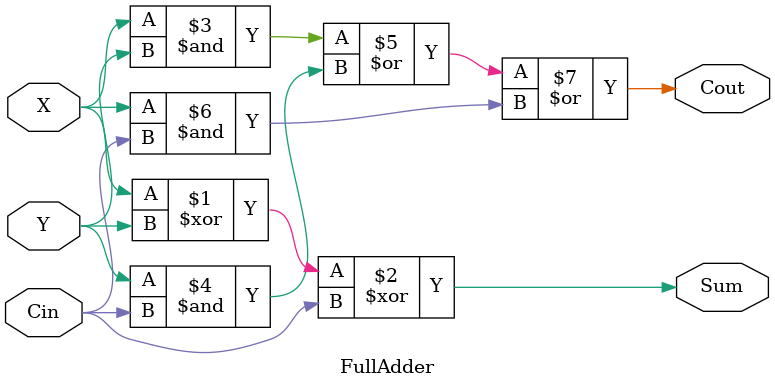
<source format=v>
module adder_4bit(A, B, Ci, S, Co);
input [3:0] A, B;
input Ci;
output [3:0] S;
output Co;
wire [4:0] C;
assign C[0] = Ci;
genvar i;
generate for (i = 0; i < 4; i = i+1) begin : gen_loop
FullAdder FA(A[i], B[i], C[i], C[i+1], S[i]);
end
endgenerate
assign Co = C[4];
endmodule

module FullAdder(X, Y, Cin, Cout, Sum);
input X, Y, Cin;
output Cout, Sum;
assign Sum = X ^ Y ^ Cin;
assign Cout = (X&Y) | (Y&Cin) | (X&Cin);
endmodule
</source>
